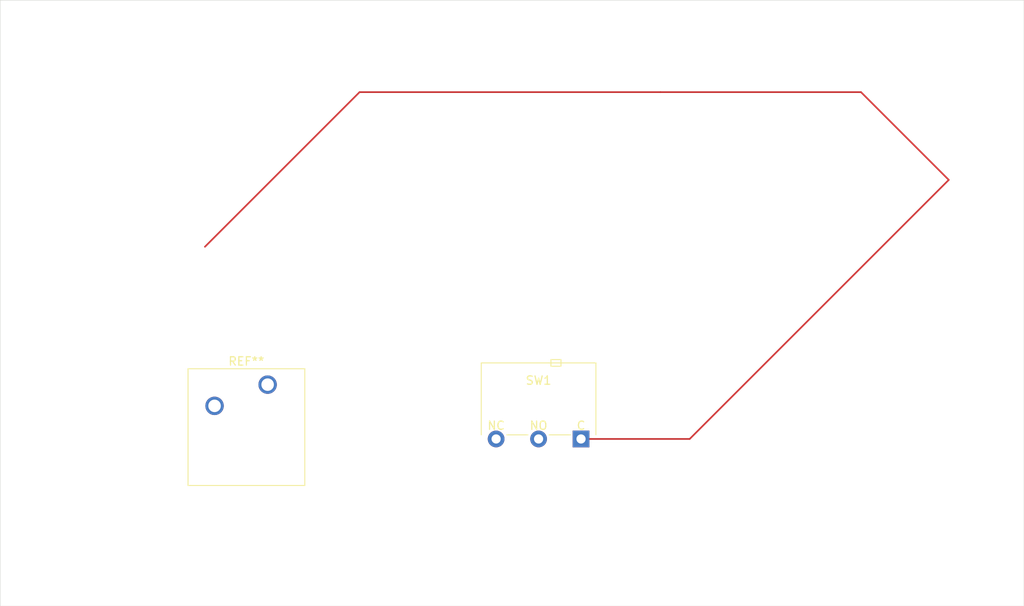
<source format=kicad_pcb>
(kicad_pcb (version 20240108) (generator "pcbnew") (generator_version "8.0")
  (layers (0 "F.Cu" signal) (31 "B.Cu" signal) (34 "B.Paste" user) (35 "F.Paste" user) (36 "B.SilkS" user "B.Silkscreen") (37 "F.SilkS" user "F.Silkscreen") (38 "B.Mask" user) (39 "F.Mask" user) (44 "Edge.Cuts" user))
  (net 0 "")
  (net 2 "unconnected-(SW1-A-Pad1)")
  (footprint "Button_Switch_Keyboard:SW_Cherry_MX_1.00u_PCB" (layer "F.Cu") (at 126.5 71.5)
    (property "Reference" "REF**" (at -2.54 -2.794 0) (layer "F.SilkS"))
    (property "Value" "SW_Cherry_MX_1.00u_PCB")
    (fp_line (start -9.525 -1.905) (end 4.445 -1.905) (stroke (width 0.12)) (layer "F.SilkS"))
    (fp_line (start -9.525 12.065) (end -9.525 -1.905) (stroke (width 0.12)) (layer "F.SilkS"))
    (fp_line (start 4.445 -1.905) (end 4.445 12.065) (stroke (width 0.12)) (layer "F.SilkS"))
    (fp_line (start 4.445 12.065) (end -9.525 12.065) (stroke (width 0.12)) (layer "F.SilkS"))
    (pad "" np_thru_hole circle (at -7.62 5.08) (size 1.7 1.7) (drill 1.7) (layers "*.Cu" "*.Mask"))
    (pad "" np_thru_hole circle (at -2.54 5.08) (size 4 4) (drill 4) (layers "*.Cu" "*.Mask"))
    (pad "" np_thru_hole circle (at 2.54 5.08) (size 1.7 1.7) (drill 1.7) (layers "*.Cu" "*.Mask"))
    (pad "1" thru_hole circle (at 0 0) (size 2.2 2.2) (drill 1.5) (layers "*.Cu" "*.Mask"))
    (pad "2" thru_hole circle (at -6.35 2.54) (size 2.2 2.2) (drill 1.5) (layers "*.Cu" "*.Mask"))
  )
  (footprint "Button_Switch_THT:SW_XKB_DM1-16UD-1" (layer "F.Cu") (at 164 78)
    (property "Reference" "SW1" (at -5.08 -7 0) (layer "F.SilkS"))
    (property "Value" "SW_SPDT_XKB_DMx-xxxx-1")
    (fp_line (start -11.938 -9.1) (end -11.938 -0.495) (stroke (width 0.12)) (layer "F.SilkS"))
    (fp_line (start -8.89 -0.495) (end -6.35 -0.495) (stroke (width 0.12)) (layer "F.SilkS"))
    (fp_line (start -1.27 -0.495) (end -3.81 -0.495) (stroke (width 0.12)) (layer "F.SilkS"))
    (fp_line (start 1.778 -9.1) (end -11.938 -9.1) (stroke (width 0.12)) (layer "F.SilkS"))
    (fp_line (start 1.778 -0.495) (end 1.778 -9.1) (stroke (width 0.12)) (layer "F.SilkS"))
    (fp_rect (start -3.6 -9.5) (end -2.4 -8.7) (stroke (width 0.12)) (fill none) (layer "F.SilkS"))
    (fp_text user "C" (at 0 -1.6 0) (layer "F.SilkS"))
    (fp_text user "NO" (at -5.08 -1.6 0) (layer "F.SilkS"))
    (fp_text user "NC" (at -10.16 -1.6 0) (layer "F.SilkS"))
    (pad "1" thru_hole rect (at 0 0) (size 2 2) (drill 1.1) (layers "*.Cu" "*.Mask") (net 2 "unconnected-(SW1-A-Pad1)"))
    (pad "2" thru_hole circle (at -5.08 0) (size 2 2) (drill 1.1) (layers "*.Cu" "*.Mask"))
    (pad "3" thru_hole circle (at -10.16 0) (size 2 2) (drill 1.1) (layers "*.Cu" "*.Mask"))
  )
  (gr_rect (start 94.5 25.5) (end 217 98) (stroke (width 0.05)) (fill none) (layer "Edge.Cuts"))
  (segment (start 177 78) (end 208 47) (width 0.2) (layer "F.Cu") (net 2))
  (segment (start 137.5 36.5) (end 119 55) (width 0.2) (layer "F.Cu") (net 2))
  (segment (start 164 78) (end 177 78) (width 0.2) (layer "F.Cu") (net 2))
  (segment (start 197.5 36.5) (end 173.5 36.5) (width 0.2) (layer "F.Cu") (net 2))
  (segment (start 173.5 36.5) (end 137.5 36.5) (width 0.2) (layer "F.Cu") (net 2))
  (segment (start 208 47) (end 197.5 36.5) (width 0.2) (layer "F.Cu") (net 2))
)
</source>
